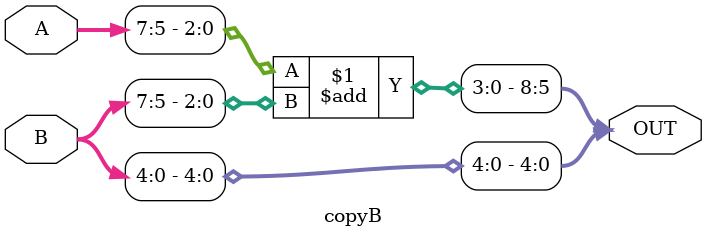
<source format=v>
module copyA #(
  parameter BIT_WIDTH=8,
  parameter K=5
)(

  input    [BIT_WIDTH-1:0] A,B,
  output   [BIT_WIDTH:0] OUT
);
  generate
    if (K == 0) begin
      assign OUT = A + B;
    end else begin
      assign OUT[BIT_WIDTH:K] = A[BIT_WIDTH-1:K] + B[BIT_WIDTH-1:K];
      assign OUT[K-1:0] = A[K-1:0];
    end
  endgenerate
endmodule

module copyB #(
  parameter BIT_WIDTH=8,
  parameter K=5
)(

  input    [BIT_WIDTH-1:0] A,B,
  output   [BIT_WIDTH:0] OUT
);
  generate
    if (K == 0) begin
      assign OUT = A + B;
    end else begin
      assign OUT[BIT_WIDTH:K] = A[BIT_WIDTH-1:K] + B[BIT_WIDTH-1:K];
      assign OUT[K-1:0] = B[K-1:0];
    end
  endgenerate
endmodule

</source>
